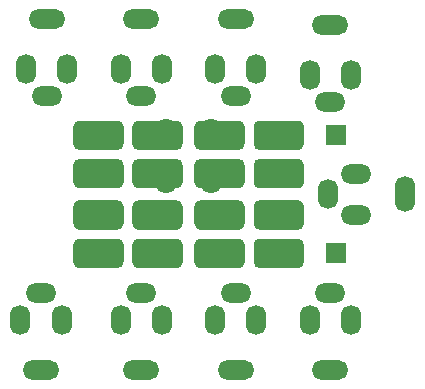
<source format=gbr>
%TF.GenerationSoftware,KiCad,Pcbnew,8.0.1-8.0.1-1~ubuntu22.04.1*%
%TF.CreationDate,2024-03-30T15:47:12+00:00*%
%TF.ProjectId,JACK_CONN,4a41434b-5f43-44f4-9e4e-2e6b69636164,v2.0*%
%TF.SameCoordinates,Original*%
%TF.FileFunction,Soldermask,Top*%
%TF.FilePolarity,Negative*%
%FSLAX46Y46*%
G04 Gerber Fmt 4.6, Leading zero omitted, Abs format (unit mm)*
G04 Created by KiCad (PCBNEW 8.0.1-8.0.1-1~ubuntu22.04.1) date 2024-03-30 15:47:12*
%MOMM*%
%LPD*%
G01*
G04 APERTURE LIST*
G04 Aperture macros list*
%AMRoundRect*
0 Rectangle with rounded corners*
0 $1 Rounding radius*
0 $2 $3 $4 $5 $6 $7 $8 $9 X,Y pos of 4 corners*
0 Add a 4 corners polygon primitive as box body*
4,1,4,$2,$3,$4,$5,$6,$7,$8,$9,$2,$3,0*
0 Add four circle primitives for the rounded corners*
1,1,$1+$1,$2,$3*
1,1,$1+$1,$4,$5*
1,1,$1+$1,$6,$7*
1,1,$1+$1,$8,$9*
0 Add four rect primitives between the rounded corners*
20,1,$1+$1,$2,$3,$4,$5,0*
20,1,$1+$1,$4,$5,$6,$7,0*
20,1,$1+$1,$6,$7,$8,$9,0*
20,1,$1+$1,$8,$9,$2,$3,0*%
G04 Aperture macros list end*
%ADD10C,0.499999*%
%ADD11C,0.500000*%
%ADD12RoundRect,0.800000X0.050000X0.450000X-0.050000X0.450000X-0.050000X-0.450000X0.050000X-0.450000X0*%
%ADD13RoundRect,0.800000X-0.450000X0.050000X-0.450000X-0.050000X0.450000X-0.050000X0.450000X0.050000X0*%
%ADD14RoundRect,0.800000X-0.700000X0.050000X-0.700000X-0.050000X0.700000X-0.050000X0.700000X0.050000X0*%
%ADD15RoundRect,0.800000X-0.050000X-0.450000X0.050000X-0.450000X0.050000X0.450000X-0.050000X0.450000X0*%
%ADD16RoundRect,0.800000X0.450000X-0.050000X0.450000X0.050000X-0.450000X0.050000X-0.450000X-0.050000X0*%
%ADD17RoundRect,0.800000X0.700000X-0.050000X0.700000X0.050000X-0.700000X0.050000X-0.700000X-0.050000X0*%
%ADD18RoundRect,0.800000X-0.050000X-0.700000X0.050000X-0.700000X0.050000X0.700000X-0.050000X0.700000X0*%
%ADD19R,1.700000X1.700000*%
%ADD20C,1.800000*%
G04 APERTURE END LIST*
D10*
X39249999Y-42500000D02*
G75*
G02*
X38750001Y-42500000I-249999J0D01*
G01*
X38750001Y-42500000D02*
G75*
G02*
X39249999Y-42500000I249999J0D01*
G01*
D11*
X36000000Y-42500000D02*
G75*
G02*
X35500000Y-42500000I-250000J0D01*
G01*
X35500000Y-42500000D02*
G75*
G02*
X36000000Y-42500000I250000J0D01*
G01*
X41250001Y-35750000D02*
G75*
G02*
X40750001Y-35750000I-250000J0D01*
G01*
X40750001Y-35750000D02*
G75*
G02*
X41250001Y-35750000I250000J0D01*
G01*
D10*
X44500000Y-42500000D02*
G75*
G02*
X44000002Y-42500000I-249999J0D01*
G01*
X44000002Y-42500000D02*
G75*
G02*
X44500000Y-42500000I249999J0D01*
G01*
G36*
X41000001Y-45250000D02*
G01*
X44250001Y-45250000D01*
X44250001Y-46250000D01*
X41000001Y-46250000D01*
X41000001Y-45250000D01*
G37*
D11*
X31000001Y-44250000D02*
G75*
G02*
X30500001Y-44250000I-250000J0D01*
G01*
X30500001Y-44250000D02*
G75*
G02*
X31000001Y-44250000I250000J0D01*
G01*
G36*
X35750001Y-45250000D02*
G01*
X39000001Y-45250000D01*
X39000001Y-46250000D01*
X35750001Y-46250000D01*
X35750001Y-45250000D01*
G37*
X31000002Y-37500000D02*
G75*
G02*
X30500002Y-37500000I-250000J0D01*
G01*
X30500002Y-37500000D02*
G75*
G02*
X31000002Y-37500000I250000J0D01*
G01*
G36*
X40500000Y-34250000D02*
G01*
X44750000Y-34250000D01*
X44750000Y-35750000D01*
X40500000Y-35750000D01*
X40500000Y-34250000D01*
G37*
X46269051Y-42500000D02*
G75*
G02*
X45769051Y-42500000I-250000J0D01*
G01*
X45769051Y-42500000D02*
G75*
G02*
X46269051Y-42500000I250000J0D01*
G01*
X36000001Y-44250000D02*
G75*
G02*
X35500001Y-44250000I-250000J0D01*
G01*
X35500001Y-44250000D02*
G75*
G02*
X36000001Y-44250000I250000J0D01*
G01*
G36*
X40500000Y-41000000D02*
G01*
X44750000Y-41000000D01*
X44750000Y-42500000D01*
X40500000Y-42500000D01*
X40500000Y-41000000D01*
G37*
X36000001Y-35750000D02*
G75*
G02*
X35500001Y-35750000I-250000J0D01*
G01*
X35500001Y-35750000D02*
G75*
G02*
X36000001Y-35750000I250000J0D01*
G01*
G36*
X35750000Y-33750000D02*
G01*
X39000000Y-33750000D01*
X39000000Y-34750000D01*
X35750000Y-34750000D01*
X35750000Y-33750000D01*
G37*
G36*
X30750002Y-38500000D02*
G01*
X34000002Y-38500000D01*
X34000002Y-39500000D01*
X30750002Y-39500000D01*
X30750002Y-38500000D01*
G37*
G36*
X46019050Y-33750000D02*
G01*
X49269050Y-33750000D01*
X49269050Y-34750000D01*
X46019050Y-34750000D01*
X46019050Y-33750000D01*
G37*
D10*
X34250000Y-44250000D02*
G75*
G02*
X33750002Y-44250000I-249999J0D01*
G01*
X33750002Y-44250000D02*
G75*
G02*
X34250000Y-44250000I249999J0D01*
G01*
X44500000Y-45750000D02*
G75*
G02*
X44000002Y-45750000I-249999J0D01*
G01*
X44000002Y-45750000D02*
G75*
G02*
X44500000Y-45750000I249999J0D01*
G01*
X39249999Y-37500000D02*
G75*
G02*
X38750001Y-37500000I-249999J0D01*
G01*
X38750001Y-37500000D02*
G75*
G02*
X39249999Y-37500000I249999J0D01*
G01*
G36*
X35249999Y-37500000D02*
G01*
X39499999Y-37500000D01*
X39499999Y-39000000D01*
X35249999Y-39000000D01*
X35249999Y-37500000D01*
G37*
G36*
X35250000Y-44250000D02*
G01*
X39500000Y-44250000D01*
X39500000Y-45750000D01*
X35250000Y-45750000D01*
X35250000Y-44250000D01*
G37*
X34250000Y-41000000D02*
G75*
G02*
X33750002Y-41000000I-249999J0D01*
G01*
X33750002Y-41000000D02*
G75*
G02*
X34250000Y-41000000I249999J0D01*
G01*
G36*
X46019051Y-42000000D02*
G01*
X49269051Y-42000000D01*
X49269051Y-43000000D01*
X46019051Y-43000000D01*
X46019051Y-42000000D01*
G37*
D11*
X41250001Y-44250000D02*
G75*
G02*
X40750001Y-44250000I-250000J0D01*
G01*
X40750001Y-44250000D02*
G75*
G02*
X41250001Y-44250000I250000J0D01*
G01*
G36*
X46019051Y-45250000D02*
G01*
X49269051Y-45250000D01*
X49269051Y-46250000D01*
X46019051Y-46250000D01*
X46019051Y-45250000D01*
G37*
D10*
X44499999Y-37500000D02*
G75*
G02*
X44000001Y-37500000I-249999J0D01*
G01*
X44000001Y-37500000D02*
G75*
G02*
X44499999Y-37500000I249999J0D01*
G01*
X34250000Y-42500000D02*
G75*
G02*
X33750002Y-42500000I-249999J0D01*
G01*
X33750002Y-42500000D02*
G75*
G02*
X34250000Y-42500000I249999J0D01*
G01*
G36*
X30750001Y-35250000D02*
G01*
X34000001Y-35250000D01*
X34000001Y-36250000D01*
X30750001Y-36250000D01*
X30750001Y-35250000D01*
G37*
D11*
X46269051Y-34250000D02*
G75*
G02*
X45769051Y-34250000I-250000J0D01*
G01*
X45769051Y-34250000D02*
G75*
G02*
X46269051Y-34250000I250000J0D01*
G01*
X31000001Y-45750000D02*
G75*
G02*
X30500001Y-45750000I-250000J0D01*
G01*
X30500001Y-45750000D02*
G75*
G02*
X31000001Y-45750000I250000J0D01*
G01*
D10*
X34250001Y-37500000D02*
G75*
G02*
X33750003Y-37500000I-249999J0D01*
G01*
X33750003Y-37500000D02*
G75*
G02*
X34250001Y-37500000I249999J0D01*
G01*
X34250000Y-34250000D02*
G75*
G02*
X33750002Y-34250000I-249999J0D01*
G01*
X33750002Y-34250000D02*
G75*
G02*
X34250000Y-34250000I249999J0D01*
G01*
G36*
X30750001Y-37000000D02*
G01*
X34000001Y-37000000D01*
X34000001Y-38000000D01*
X30750001Y-38000000D01*
X30750001Y-37000000D01*
G37*
D11*
X36000000Y-39000000D02*
G75*
G02*
X35500000Y-39000000I-250000J0D01*
G01*
X35500000Y-39000000D02*
G75*
G02*
X36000000Y-39000000I250000J0D01*
G01*
G36*
X46019051Y-35250000D02*
G01*
X49269051Y-35250000D01*
X49269051Y-36250000D01*
X46019051Y-36250000D01*
X46019051Y-35250000D01*
G37*
X31000001Y-41000000D02*
G75*
G02*
X30500001Y-41000000I-250000J0D01*
G01*
X30500001Y-41000000D02*
G75*
G02*
X31000001Y-41000000I250000J0D01*
G01*
D10*
X49519050Y-42500000D02*
G75*
G02*
X49019052Y-42500000I-249999J0D01*
G01*
X49019052Y-42500000D02*
G75*
G02*
X49519050Y-42500000I249999J0D01*
G01*
D11*
X46269050Y-37500000D02*
G75*
G02*
X45769050Y-37500000I-250000J0D01*
G01*
X45769050Y-37500000D02*
G75*
G02*
X46269050Y-37500000I250000J0D01*
G01*
D10*
X44499999Y-39000000D02*
G75*
G02*
X44000001Y-39000000I-249999J0D01*
G01*
X44000001Y-39000000D02*
G75*
G02*
X44499999Y-39000000I249999J0D01*
G01*
G36*
X35750000Y-42000000D02*
G01*
X39000000Y-42000000D01*
X39000000Y-43000000D01*
X35750000Y-43000000D01*
X35750000Y-42000000D01*
G37*
D11*
X46269051Y-44250000D02*
G75*
G02*
X45769051Y-44250000I-250000J0D01*
G01*
X45769051Y-44250000D02*
G75*
G02*
X46269051Y-44250000I250000J0D01*
G01*
G36*
X30750000Y-33750000D02*
G01*
X34000000Y-33750000D01*
X34000000Y-34750000D01*
X30750000Y-34750000D01*
X30750000Y-33750000D01*
G37*
X36000001Y-34250000D02*
G75*
G02*
X35500001Y-34250000I-250000J0D01*
G01*
X35500001Y-34250000D02*
G75*
G02*
X36000001Y-34250000I250000J0D01*
G01*
G36*
X35250000Y-41000000D02*
G01*
X39500000Y-41000000D01*
X39500000Y-42500000D01*
X35250000Y-42500000D01*
X35250000Y-41000000D01*
G37*
X46269051Y-41000000D02*
G75*
G02*
X45769051Y-41000000I-250000J0D01*
G01*
X45769051Y-41000000D02*
G75*
G02*
X46269051Y-41000000I250000J0D01*
G01*
X36000000Y-37500000D02*
G75*
G02*
X35500000Y-37500000I-250000J0D01*
G01*
X35500000Y-37500000D02*
G75*
G02*
X36000000Y-37500000I250000J0D01*
G01*
X46269050Y-39000000D02*
G75*
G02*
X45769050Y-39000000I-250000J0D01*
G01*
X45769050Y-39000000D02*
G75*
G02*
X46269050Y-39000000I250000J0D01*
G01*
G36*
X35750000Y-40500000D02*
G01*
X39000000Y-40500000D01*
X39000000Y-41500000D01*
X35750000Y-41500000D01*
X35750000Y-40500000D01*
G37*
D10*
X49519050Y-45750000D02*
G75*
G02*
X49019052Y-45750000I-249999J0D01*
G01*
X49019052Y-45750000D02*
G75*
G02*
X49519050Y-45750000I249999J0D01*
G01*
G36*
X35749999Y-37000000D02*
G01*
X38999999Y-37000000D01*
X38999999Y-38000000D01*
X35749999Y-38000000D01*
X35749999Y-37000000D01*
G37*
X44500000Y-35750000D02*
G75*
G02*
X44000002Y-35750000I-249999J0D01*
G01*
X44000002Y-35750000D02*
G75*
G02*
X44500000Y-35750000I249999J0D01*
G01*
X49519050Y-34250000D02*
G75*
G02*
X49019052Y-34250000I-249999J0D01*
G01*
X49019052Y-34250000D02*
G75*
G02*
X49519050Y-34250000I249999J0D01*
G01*
D11*
X31000002Y-39000000D02*
G75*
G02*
X30500002Y-39000000I-250000J0D01*
G01*
X30500002Y-39000000D02*
G75*
G02*
X31000002Y-39000000I250000J0D01*
G01*
G36*
X30250000Y-44250000D02*
G01*
X34500000Y-44250000D01*
X34500000Y-45750000D01*
X30250000Y-45750000D01*
X30250000Y-44250000D01*
G37*
G36*
X35750000Y-38500000D02*
G01*
X39000000Y-38500000D01*
X39000000Y-39500000D01*
X35750000Y-39500000D01*
X35750000Y-38500000D01*
G37*
D10*
X49519049Y-39000000D02*
G75*
G02*
X49019051Y-39000000I-249999J0D01*
G01*
X49019051Y-39000000D02*
G75*
G02*
X49519049Y-39000000I249999J0D01*
G01*
X44500000Y-41000000D02*
G75*
G02*
X44000002Y-41000000I-249999J0D01*
G01*
X44000002Y-41000000D02*
G75*
G02*
X44500000Y-41000000I249999J0D01*
G01*
X44500000Y-34250000D02*
G75*
G02*
X44000002Y-34250000I-249999J0D01*
G01*
X44000002Y-34250000D02*
G75*
G02*
X44500000Y-34250000I249999J0D01*
G01*
D11*
X41250001Y-34250000D02*
G75*
G02*
X40750001Y-34250000I-250000J0D01*
G01*
X40750001Y-34250000D02*
G75*
G02*
X41250001Y-34250000I250000J0D01*
G01*
D10*
X34250001Y-39000000D02*
G75*
G02*
X33750003Y-39000000I-249999J0D01*
G01*
X33750003Y-39000000D02*
G75*
G02*
X34250001Y-39000000I249999J0D01*
G01*
G36*
X41000001Y-35250000D02*
G01*
X44250001Y-35250000D01*
X44250001Y-36250000D01*
X41000001Y-36250000D01*
X41000001Y-35250000D01*
G37*
X39250000Y-44250000D02*
G75*
G02*
X38750002Y-44250000I-249999J0D01*
G01*
X38750002Y-44250000D02*
G75*
G02*
X39250000Y-44250000I249999J0D01*
G01*
G36*
X45519050Y-34250000D02*
G01*
X49769050Y-34250000D01*
X49769050Y-35750000D01*
X45519050Y-35750000D01*
X45519050Y-34250000D01*
G37*
G36*
X41000000Y-40500000D02*
G01*
X44250000Y-40500000D01*
X44250000Y-41500000D01*
X41000000Y-41500000D01*
X41000000Y-40500000D01*
G37*
G36*
X40499999Y-37500000D02*
G01*
X44749999Y-37500000D01*
X44749999Y-39000000D01*
X40499999Y-39000000D01*
X40499999Y-37500000D01*
G37*
G36*
X46019050Y-43750000D02*
G01*
X49269050Y-43750000D01*
X49269050Y-44750000D01*
X46019050Y-44750000D01*
X46019050Y-43750000D01*
G37*
X44500000Y-44250000D02*
G75*
G02*
X44000002Y-44250000I-249999J0D01*
G01*
X44000002Y-44250000D02*
G75*
G02*
X44500000Y-44250000I249999J0D01*
G01*
X34250000Y-35750000D02*
G75*
G02*
X33750002Y-35750000I-249999J0D01*
G01*
X33750002Y-35750000D02*
G75*
G02*
X34250000Y-35750000I249999J0D01*
G01*
D11*
X41250001Y-45750000D02*
G75*
G02*
X40750001Y-45750000I-250000J0D01*
G01*
X40750001Y-45750000D02*
G75*
G02*
X41250001Y-45750000I250000J0D01*
G01*
G36*
X41000000Y-43750000D02*
G01*
X44250000Y-43750000D01*
X44250000Y-44750000D01*
X41000000Y-44750000D01*
X41000000Y-43750000D01*
G37*
G36*
X46019050Y-38500000D02*
G01*
X49269050Y-38500000D01*
X49269050Y-39500000D01*
X46019050Y-39500000D01*
X46019050Y-38500000D01*
G37*
D10*
X34250000Y-45750000D02*
G75*
G02*
X33750002Y-45750000I-249999J0D01*
G01*
X33750002Y-45750000D02*
G75*
G02*
X34250000Y-45750000I249999J0D01*
G01*
G36*
X40500000Y-44250000D02*
G01*
X44750000Y-44250000D01*
X44750000Y-45750000D01*
X40500000Y-45750000D01*
X40500000Y-44250000D01*
G37*
G36*
X35750000Y-43750000D02*
G01*
X39000000Y-43750000D01*
X39000000Y-44750000D01*
X35750000Y-44750000D01*
X35750000Y-43750000D01*
G37*
X39250000Y-35750000D02*
G75*
G02*
X38750002Y-35750000I-249999J0D01*
G01*
X38750002Y-35750000D02*
G75*
G02*
X39250000Y-35750000I249999J0D01*
G01*
X39250000Y-41000000D02*
G75*
G02*
X38750002Y-41000000I-249999J0D01*
G01*
X38750002Y-41000000D02*
G75*
G02*
X39250000Y-41000000I249999J0D01*
G01*
X39250000Y-45750000D02*
G75*
G02*
X38750002Y-45750000I-249999J0D01*
G01*
X38750002Y-45750000D02*
G75*
G02*
X39250000Y-45750000I249999J0D01*
G01*
X49519050Y-35750000D02*
G75*
G02*
X49019052Y-35750000I-249999J0D01*
G01*
X49019052Y-35750000D02*
G75*
G02*
X49519050Y-35750000I249999J0D01*
G01*
G36*
X30250001Y-37500000D02*
G01*
X34500001Y-37500000D01*
X34500001Y-39000000D01*
X30250001Y-39000000D01*
X30250001Y-37500000D01*
G37*
G36*
X41000000Y-33750000D02*
G01*
X44250000Y-33750000D01*
X44250000Y-34750000D01*
X41000000Y-34750000D01*
X41000000Y-33750000D01*
G37*
G36*
X41000000Y-38500000D02*
G01*
X44250000Y-38500000D01*
X44250000Y-39500000D01*
X41000000Y-39500000D01*
X41000000Y-38500000D01*
G37*
D11*
X41250001Y-42500000D02*
G75*
G02*
X40750001Y-42500000I-250000J0D01*
G01*
X40750001Y-42500000D02*
G75*
G02*
X41250001Y-42500000I250000J0D01*
G01*
D10*
X39249999Y-39000000D02*
G75*
G02*
X38750001Y-39000000I-249999J0D01*
G01*
X38750001Y-39000000D02*
G75*
G02*
X39249999Y-39000000I249999J0D01*
G01*
D11*
X41250001Y-41000000D02*
G75*
G02*
X40750001Y-41000000I-250000J0D01*
G01*
X40750001Y-41000000D02*
G75*
G02*
X41250001Y-41000000I250000J0D01*
G01*
X41250000Y-39000000D02*
G75*
G02*
X40750000Y-39000000I-250000J0D01*
G01*
X40750000Y-39000000D02*
G75*
G02*
X41250000Y-39000000I250000J0D01*
G01*
X41250000Y-37500000D02*
G75*
G02*
X40750000Y-37500000I-250000J0D01*
G01*
X40750000Y-37500000D02*
G75*
G02*
X41250000Y-37500000I250000J0D01*
G01*
X36000001Y-45750000D02*
G75*
G02*
X35500001Y-45750000I-250000J0D01*
G01*
X35500001Y-45750000D02*
G75*
G02*
X36000001Y-45750000I250000J0D01*
G01*
X46269051Y-45750000D02*
G75*
G02*
X45769051Y-45750000I-250000J0D01*
G01*
X45769051Y-45750000D02*
G75*
G02*
X46269051Y-45750000I250000J0D01*
G01*
D10*
X49519050Y-44250000D02*
G75*
G02*
X49019052Y-44250000I-249999J0D01*
G01*
X49019052Y-44250000D02*
G75*
G02*
X49519050Y-44250000I249999J0D01*
G01*
D11*
X31000001Y-34250000D02*
G75*
G02*
X30500001Y-34250000I-250000J0D01*
G01*
X30500001Y-34250000D02*
G75*
G02*
X31000001Y-34250000I250000J0D01*
G01*
G36*
X30250000Y-34250000D02*
G01*
X34500000Y-34250000D01*
X34500000Y-35750000D01*
X30250000Y-35750000D01*
X30250000Y-34250000D01*
G37*
X31000001Y-35750000D02*
G75*
G02*
X30500001Y-35750000I-250000J0D01*
G01*
X30500001Y-35750000D02*
G75*
G02*
X31000001Y-35750000I250000J0D01*
G01*
G36*
X35250000Y-34250000D02*
G01*
X39500000Y-34250000D01*
X39500000Y-35750000D01*
X35250000Y-35750000D01*
X35250000Y-34250000D01*
G37*
X36000001Y-41000000D02*
G75*
G02*
X35500001Y-41000000I-250000J0D01*
G01*
X35500001Y-41000000D02*
G75*
G02*
X36000001Y-41000000I250000J0D01*
G01*
G36*
X46019050Y-40500000D02*
G01*
X49269050Y-40500000D01*
X49269050Y-41500000D01*
X46019050Y-41500000D01*
X46019050Y-40500000D01*
G37*
G36*
X45519050Y-44250000D02*
G01*
X49769050Y-44250000D01*
X49769050Y-45750000D01*
X45519050Y-45750000D01*
X45519050Y-44250000D01*
G37*
G36*
X45519049Y-37500000D02*
G01*
X49769049Y-37500000D01*
X49769049Y-39000000D01*
X45519049Y-39000000D01*
X45519049Y-37500000D01*
G37*
G36*
X30750000Y-40500000D02*
G01*
X34000000Y-40500000D01*
X34000000Y-41500000D01*
X30750000Y-41500000D01*
X30750000Y-40500000D01*
G37*
G36*
X45519050Y-41000000D02*
G01*
X49769050Y-41000000D01*
X49769050Y-42500000D01*
X45519050Y-42500000D01*
X45519050Y-41000000D01*
G37*
G36*
X30750001Y-45250000D02*
G01*
X34000001Y-45250000D01*
X34000001Y-46250000D01*
X30750001Y-46250000D01*
X30750001Y-45250000D01*
G37*
G36*
X30250000Y-41000000D02*
G01*
X34500000Y-41000000D01*
X34500000Y-42500000D01*
X30250000Y-42500000D01*
X30250000Y-41000000D01*
G37*
D10*
X49519050Y-41000000D02*
G75*
G02*
X49019052Y-41000000I-249999J0D01*
G01*
X49019052Y-41000000D02*
G75*
G02*
X49519050Y-41000000I249999J0D01*
G01*
G36*
X40999999Y-37000000D02*
G01*
X44249999Y-37000000D01*
X44249999Y-38000000D01*
X40999999Y-38000000D01*
X40999999Y-37000000D01*
G37*
G36*
X30750000Y-43750000D02*
G01*
X34000000Y-43750000D01*
X34000000Y-44750000D01*
X30750000Y-44750000D01*
X30750000Y-43750000D01*
G37*
G36*
X46019049Y-37000000D02*
G01*
X49269049Y-37000000D01*
X49269049Y-38000000D01*
X46019049Y-38000000D01*
X46019049Y-37000000D01*
G37*
G36*
X41000001Y-42000000D02*
G01*
X44250001Y-42000000D01*
X44250001Y-43000000D01*
X41000001Y-43000000D01*
X41000001Y-42000000D01*
G37*
D11*
X46269051Y-35750000D02*
G75*
G02*
X45769051Y-35750000I-250000J0D01*
G01*
X45769051Y-35750000D02*
G75*
G02*
X46269051Y-35750000I250000J0D01*
G01*
G36*
X30750001Y-42000000D02*
G01*
X34000001Y-42000000D01*
X34000001Y-43000000D01*
X30750001Y-43000000D01*
X30750001Y-42000000D01*
G37*
D10*
X39250000Y-34250000D02*
G75*
G02*
X38750002Y-34250000I-249999J0D01*
G01*
X38750002Y-34250000D02*
G75*
G02*
X39250000Y-34250000I249999J0D01*
G01*
G36*
X35750001Y-35250000D02*
G01*
X39000001Y-35250000D01*
X39000001Y-36250000D01*
X35750001Y-36250000D01*
X35750001Y-35250000D01*
G37*
D11*
X31000001Y-42500000D02*
G75*
G02*
X30500001Y-42500000I-250000J0D01*
G01*
X30500001Y-42500000D02*
G75*
G02*
X31000001Y-42500000I250000J0D01*
G01*
D10*
X49519049Y-37500000D02*
G75*
G02*
X49019051Y-37500000I-249999J0D01*
G01*
X49019051Y-37500000D02*
G75*
G02*
X49519049Y-37500000I249999J0D01*
G01*
D12*
%TO.C,J8*%
X50250001Y-50644999D03*
D13*
X52000001Y-48344999D03*
D12*
X53750001Y-50644999D03*
D14*
X52000001Y-54844999D03*
%TD*%
D15*
%TO.C,J1*%
X29750001Y-29355000D03*
D16*
X28000001Y-31655000D03*
D15*
X26250001Y-29355000D03*
D17*
X28000001Y-25155000D03*
%TD*%
D13*
%TO.C,J9*%
X54145000Y-41750000D03*
D15*
X51845000Y-40000000D03*
D13*
X54145000Y-38250000D03*
D18*
X58345000Y-40000000D03*
%TD*%
D15*
%TO.C,J7*%
X53750001Y-29855000D03*
D16*
X52000001Y-32155000D03*
D15*
X50250001Y-29855000D03*
D17*
X52000001Y-25655000D03*
%TD*%
D15*
%TO.C,J6*%
X45750001Y-29355000D03*
D16*
X44000001Y-31655000D03*
D15*
X42250001Y-29355000D03*
D17*
X44000001Y-25155000D03*
%TD*%
D12*
%TO.C,J2*%
X25750001Y-50645000D03*
D13*
X27500001Y-48345000D03*
D12*
X29250001Y-50645000D03*
D14*
X27500001Y-54845000D03*
%TD*%
D12*
%TO.C,J5*%
X42250001Y-50644999D03*
D13*
X44000001Y-48344999D03*
D12*
X45750001Y-50644999D03*
D14*
X44000001Y-54844999D03*
%TD*%
D15*
%TO.C,J3*%
X37750001Y-29355000D03*
D16*
X36000001Y-31655000D03*
D15*
X34250001Y-29355000D03*
D17*
X36000001Y-25155000D03*
%TD*%
D19*
%TO.C,J10*%
X52500001Y-45000000D03*
%TD*%
%TO.C,J11*%
X52500001Y-35000000D03*
%TD*%
D12*
%TO.C,J4*%
X34250001Y-50644999D03*
D13*
X36000001Y-48344999D03*
D12*
X37750001Y-50644999D03*
D14*
X36000001Y-54844999D03*
%TD*%
D20*
%TO.C,J25*%
X41905001Y-34500000D03*
%TD*%
%TO.C,J21*%
X32375001Y-35000000D03*
%TD*%
%TO.C,J14*%
X38095001Y-39000000D03*
%TD*%
%TO.C,J20*%
X32375001Y-38250000D03*
%TD*%
%TO.C,J18*%
X47625001Y-45000000D03*
%TD*%
%TO.C,J23*%
X37375001Y-41750000D03*
%TD*%
%TO.C,J16*%
X42625001Y-45000000D03*
%TD*%
%TO.C,J12*%
X32375001Y-41750000D03*
%TD*%
%TO.C,J27*%
X47625001Y-38250000D03*
%TD*%
%TO.C,J13*%
X32375001Y-45000000D03*
%TD*%
%TO.C,J24*%
X42625001Y-41750000D03*
%TD*%
%TO.C,J26*%
X47625001Y-35000000D03*
%TD*%
%TO.C,J15*%
X37375001Y-45000000D03*
%TD*%
%TO.C,J17*%
X41905001Y-39000000D03*
%TD*%
%TO.C,J22*%
X38095001Y-34500000D03*
%TD*%
%TO.C,J19*%
X47625001Y-41750000D03*
%TD*%
M02*

</source>
